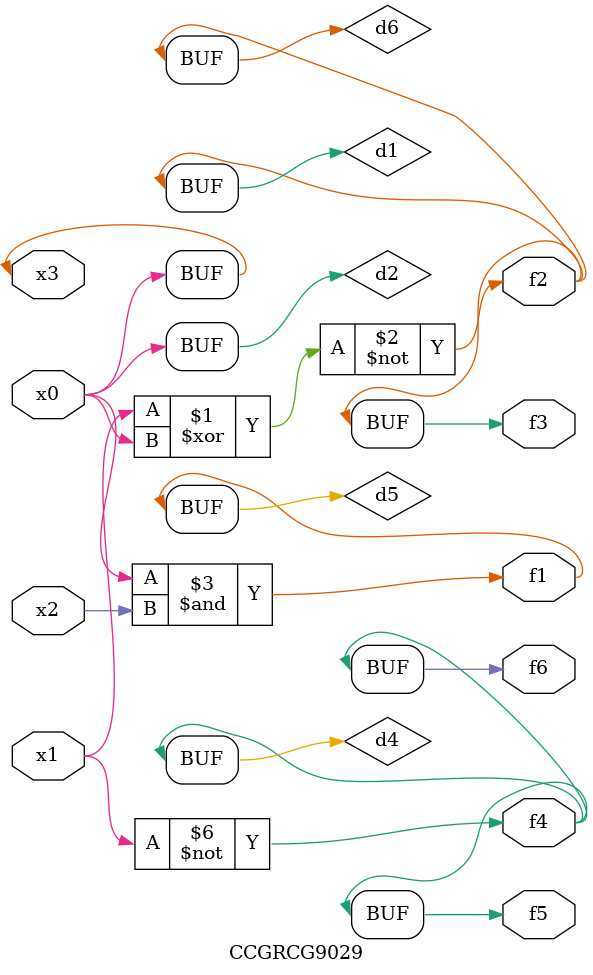
<source format=v>
module CCGRCG9029(
	input x0, x1, x2, x3,
	output f1, f2, f3, f4, f5, f6
);

	wire d1, d2, d3, d4, d5, d6;

	xnor (d1, x1, x3);
	buf (d2, x0, x3);
	nand (d3, x0, x2);
	not (d4, x1);
	nand (d5, d3);
	or (d6, d1);
	assign f1 = d5;
	assign f2 = d6;
	assign f3 = d6;
	assign f4 = d4;
	assign f5 = d4;
	assign f6 = d4;
endmodule

</source>
